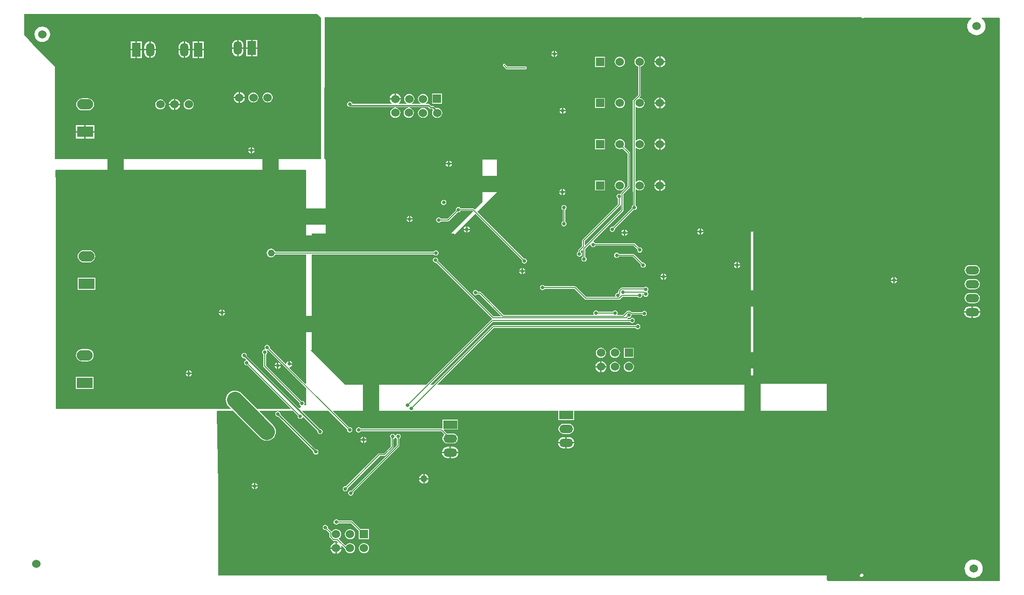
<source format=gbl>
G04 Layer_Physical_Order=2*
G04 Layer_Color=16711680*
%FSLAX25Y25*%
%MOIN*%
G70*
G01*
G75*
%ADD22C,0.00600*%
%ADD24C,0.00984*%
%ADD26C,0.11811*%
%ADD28C,0.06000*%
%ADD29R,0.06000X0.06000*%
%ADD30O,0.09843X0.06000*%
%ADD31O,0.09843X0.05906*%
%ADD32O,0.06000X0.09843*%
%ADD33R,0.06000X0.09843*%
%ADD34R,0.09843X0.06000*%
%ADD35R,0.11417X0.07480*%
%ADD36O,0.11417X0.07480*%
%ADD37C,0.02500*%
%ADD38C,0.05000*%
G36*
X201772Y295079D02*
Y236941D01*
X179747D01*
X179480Y237587D01*
X178983Y238235D01*
X178335Y238732D01*
X177581Y239044D01*
X176772Y239150D01*
X175962Y239044D01*
X175208Y238732D01*
X174561Y238235D01*
X174064Y237587D01*
X173751Y236833D01*
X173645Y236024D01*
X173751Y235214D01*
X174064Y234460D01*
X174561Y233813D01*
X175208Y233316D01*
X175962Y233003D01*
X176772Y232897D01*
X177581Y233003D01*
X178335Y233316D01*
X178983Y233813D01*
X179480Y234460D01*
X179747Y235106D01*
X201772D01*
Y142501D01*
X201310Y142310D01*
X189900Y153719D01*
X190065Y154262D01*
X190642Y154377D01*
X191386Y154874D01*
X191883Y155618D01*
X191958Y155996D01*
X189764D01*
Y156496D01*
X189264D01*
Y158691D01*
X188886Y158616D01*
X188142Y158118D01*
X187644Y157374D01*
X187530Y156797D01*
X186987Y156632D01*
X175804Y167816D01*
X175901Y168307D01*
X175758Y169028D01*
X175349Y169640D01*
X174737Y170049D01*
X174015Y170193D01*
X173293Y170049D01*
X172681Y169640D01*
X172273Y169028D01*
X172129Y168307D01*
X172273Y167585D01*
X172392Y167406D01*
X172234Y167111D01*
X172104Y166937D01*
X171424Y166802D01*
X170812Y166393D01*
X170403Y165781D01*
X170259Y165059D01*
X170403Y164337D01*
X170812Y163725D01*
X171228Y163447D01*
Y154921D01*
X171298Y154570D01*
X171497Y154272D01*
X197129Y128640D01*
X197031Y128150D01*
X197175Y127428D01*
X197583Y126816D01*
X197959Y126565D01*
X198079Y125959D01*
X197159Y124969D01*
X196659Y124960D01*
X159243Y162376D01*
X159268Y162500D01*
X159125Y163222D01*
X158716Y163834D01*
X158104Y164243D01*
X157382Y164386D01*
X156660Y164243D01*
X156048Y163834D01*
X155639Y163222D01*
X155496Y162500D01*
X155639Y161778D01*
X156048Y161166D01*
X156660Y160757D01*
X157382Y160614D01*
X157777Y160692D01*
X158851Y159618D01*
X158706Y159140D01*
X158628Y159125D01*
X158017Y158716D01*
X157608Y158104D01*
X157464Y157382D01*
X157608Y156660D01*
X158017Y156048D01*
X158628Y155639D01*
X159350Y155496D01*
X159841Y155593D01*
X190760Y124674D01*
X190569Y124213D01*
X166725D01*
X155410Y135528D01*
X154419Y136341D01*
X153289Y136945D01*
X152063Y137317D01*
X150787Y137443D01*
X149512Y137317D01*
X148286Y136945D01*
X147156Y136341D01*
X146165Y135528D01*
X145352Y134537D01*
X144748Y133407D01*
X144376Y132181D01*
X144250Y130905D01*
X144376Y129630D01*
X144748Y128404D01*
X145352Y127274D01*
X146165Y126283D01*
X147774Y124674D01*
X147582Y124213D01*
X22638D01*
Y285630D01*
X22258Y295112D01*
X22605Y295472D01*
X201378D01*
X201772Y295079D01*
D02*
G37*
G36*
X212598Y404528D02*
Y303346D01*
X21791D01*
Y369094D01*
X21791Y369094D01*
X21705Y369524D01*
X21462Y369888D01*
X5817Y385532D01*
X394Y391535D01*
X0Y391929D01*
X-0Y407343D01*
X209784D01*
X212598Y404528D01*
D02*
G37*
G36*
X698878Y404457D02*
Y1122D01*
X575650D01*
X574803Y1969D01*
Y4921D01*
X139139D01*
X138976Y5315D01*
Y69095D01*
X137803Y122674D01*
X138153Y123031D01*
X149417D01*
X169000Y103448D01*
X169990Y102636D01*
X171121Y102032D01*
X172347Y101660D01*
X173622Y101534D01*
X174897Y101660D01*
X176124Y102032D01*
X177254Y102636D01*
X178244Y103448D01*
X179057Y104439D01*
X179661Y105569D01*
X180033Y106796D01*
X180159Y108071D01*
X180033Y109346D01*
X179661Y110573D01*
X179057Y111703D01*
X178244Y112693D01*
X168368Y122570D01*
X168559Y123031D01*
X181424D01*
X181474Y122531D01*
X181246Y122486D01*
X180873Y122412D01*
X180261Y122003D01*
X179852Y121391D01*
X179708Y120669D01*
X179852Y119948D01*
X180261Y119335D01*
X180873Y118927D01*
X181594Y118783D01*
X181854Y118835D01*
X206925Y93764D01*
X206873Y93504D01*
X207017Y92782D01*
X207426Y92170D01*
X208038Y91761D01*
X208760Y91618D01*
X209482Y91761D01*
X210093Y92170D01*
X210502Y92782D01*
X210646Y93504D01*
X210502Y94226D01*
X210093Y94838D01*
X209482Y95247D01*
X208760Y95390D01*
X208500Y95338D01*
X183429Y120410D01*
X183481Y120669D01*
X183337Y121391D01*
X182928Y122003D01*
X182316Y122412D01*
X181943Y122486D01*
X181715Y122531D01*
X181764Y123031D01*
X192403D01*
X195849Y119585D01*
X195752Y119095D01*
X195895Y118373D01*
X196304Y117761D01*
X196916Y117352D01*
X197638Y117208D01*
X198360Y117352D01*
X198972Y117761D01*
X199381Y118373D01*
X199396Y118450D01*
X199874Y118595D01*
X210003Y108466D01*
X209925Y108071D01*
X210068Y107349D01*
X210477Y106737D01*
X211089Y106328D01*
X211811Y106185D01*
X212533Y106328D01*
X213145Y106737D01*
X213554Y107349D01*
X213697Y108071D01*
X213554Y108793D01*
X213145Y109405D01*
X212533Y109813D01*
X211811Y109957D01*
X211687Y109932D01*
X199050Y122570D01*
X199241Y123031D01*
X217992D01*
X231282Y109742D01*
X231185Y109251D01*
X231328Y108529D01*
X231737Y107917D01*
X232349Y107508D01*
X233071Y107365D01*
X233793Y107508D01*
X234405Y107917D01*
X234813Y108529D01*
X234957Y109251D01*
X234813Y109973D01*
X234405Y110585D01*
X233793Y110994D01*
X233071Y111137D01*
X232580Y111039D01*
X221050Y122570D01*
X221241Y123031D01*
X276191D01*
X276443Y122863D01*
X277165Y122720D01*
X277886Y122863D01*
X278138Y123031D01*
X382668D01*
Y116439D01*
X393710D01*
Y123031D01*
X574803D01*
Y142323D01*
X522047D01*
Y250984D01*
X522047Y250984D01*
X522047Y250984D01*
X522441Y251378D01*
X520472D01*
Y142028D01*
X520079Y141634D01*
X296144D01*
X295952Y142096D01*
X336207Y182350D01*
X437758D01*
X438036Y181934D01*
X438648Y181525D01*
X439370Y181381D01*
X440092Y181525D01*
X440704Y181934D01*
X441113Y182546D01*
X441256Y183268D01*
X441113Y183990D01*
X440704Y184601D01*
X440092Y185010D01*
X439370Y185154D01*
X438648Y185010D01*
X438036Y184601D01*
X437758Y184185D01*
X335826D01*
X335475Y184116D01*
X335178Y183917D01*
X292895Y141634D01*
X291026D01*
X290834Y142096D01*
X335420Y186681D01*
X433821D01*
X434099Y186265D01*
X434711Y185856D01*
X435433Y185712D01*
X436155Y185856D01*
X436767Y186265D01*
X437176Y186877D01*
X437319Y187598D01*
X437176Y188320D01*
X436767Y188932D01*
X436155Y189341D01*
X435433Y189485D01*
X434711Y189341D01*
X434099Y188932D01*
X433821Y188516D01*
X432037D01*
X431964Y188617D01*
X431849Y189016D01*
X432580Y189747D01*
X433071Y189649D01*
X433793Y189793D01*
X434405Y190202D01*
X434813Y190814D01*
X434915Y191325D01*
X434957Y191535D01*
X435415Y191799D01*
X442483D01*
X442761Y191383D01*
X443373Y190974D01*
X444095Y190830D01*
X444816Y190974D01*
X445428Y191383D01*
X445837Y191995D01*
X445981Y192717D01*
X445837Y193438D01*
X445428Y194050D01*
X444816Y194459D01*
X444095Y194603D01*
X443373Y194459D01*
X442761Y194050D01*
X442483Y193634D01*
X435310D01*
X434610Y194334D01*
X434313Y194533D01*
X433961Y194603D01*
X432180D01*
X431829Y194533D01*
X431531Y194334D01*
X428878Y191681D01*
X425160D01*
X424925Y192122D01*
X424971Y192192D01*
X425115Y192913D01*
X424971Y193635D01*
X424562Y194247D01*
X423950Y194656D01*
X423228Y194800D01*
X422507Y194656D01*
X421895Y194247D01*
X421617Y193831D01*
X411061D01*
X410783Y194247D01*
X410171Y194656D01*
X409449Y194800D01*
X408727Y194656D01*
X408115Y194247D01*
X407706Y193635D01*
X407563Y192913D01*
X407706Y192192D01*
X407753Y192122D01*
X407517Y191681D01*
X343278D01*
X327027Y207932D01*
X326729Y208131D01*
X326378Y208201D01*
X325010D01*
X324971Y208399D01*
X324562Y209011D01*
X323950Y209420D01*
X323228Y209563D01*
X322506Y209420D01*
X321895Y209011D01*
X321486Y208399D01*
X321342Y207677D01*
X321486Y206955D01*
X321895Y206343D01*
X322506Y205935D01*
X323228Y205791D01*
X323950Y205935D01*
X324562Y206343D01*
X324577Y206366D01*
X325998D01*
X341421Y190943D01*
X341229Y190481D01*
X336210D01*
X296277Y230415D01*
X296374Y230906D01*
X296231Y231627D01*
X295822Y232239D01*
X295210Y232648D01*
X294488Y232792D01*
X293766Y232648D01*
X293154Y232239D01*
X292745Y231627D01*
X292602Y230906D01*
X292745Y230184D01*
X293154Y229572D01*
X293766Y229163D01*
X294488Y229019D01*
X294979Y229117D01*
X335080Y189016D01*
X335060Y188772D01*
X335024Y188665D01*
X334915Y188491D01*
X334688Y188446D01*
X334390Y188247D01*
X287777Y141634D01*
X229429D01*
Y142028D01*
X205118Y166339D01*
X205906Y167126D01*
Y235106D01*
X293269D01*
X293547Y234689D01*
X294159Y234280D01*
X294881Y234137D01*
X295603Y234280D01*
X296215Y234689D01*
X296624Y235301D01*
X296767Y236023D01*
X296624Y236745D01*
X296215Y237357D01*
X295603Y237766D01*
X294881Y237909D01*
X294159Y237766D01*
X293547Y237357D01*
X293270Y236941D01*
X205906D01*
Y249803D01*
X215748D01*
Y302953D01*
X214961Y303740D01*
X215354Y404921D01*
X600000D01*
Y404412D01*
X603346Y404528D01*
X678337D01*
X678417Y404210D01*
X678418Y404028D01*
X677464Y403244D01*
X676651Y402254D01*
X676047Y401124D01*
X675675Y399897D01*
X675550Y398622D01*
X675675Y397347D01*
X676047Y396120D01*
X676651Y394990D01*
X677464Y394000D01*
X678455Y393187D01*
X679585Y392583D01*
X680811Y392211D01*
X682087Y392085D01*
X683362Y392211D01*
X684588Y392583D01*
X685718Y393187D01*
X686709Y394000D01*
X687522Y394990D01*
X688126Y396120D01*
X688498Y397347D01*
X688624Y398622D01*
X688498Y399897D01*
X688126Y401124D01*
X687522Y402254D01*
X686709Y403244D01*
X685755Y404028D01*
X685756Y404210D01*
X685836Y404528D01*
X697835D01*
X698321Y405014D01*
X698878Y404457D01*
D02*
G37*
G36*
X201772Y139252D02*
Y126969D01*
X200883D01*
X200680Y127349D01*
X200668Y127469D01*
X200804Y128150D01*
X200660Y128871D01*
X200251Y129483D01*
X199639Y129892D01*
X198917Y130036D01*
X198426Y129938D01*
X173063Y155301D01*
Y163447D01*
X173479Y163725D01*
X173888Y164337D01*
X174032Y165059D01*
X173888Y165781D01*
X173769Y165960D01*
X173927Y166255D01*
X174048Y166417D01*
X174546Y166478D01*
X201772Y139252D01*
D02*
G37*
%LPC*%
G36*
X141035Y192807D02*
X139341D01*
X139416Y192429D01*
X139913Y191685D01*
X140657Y191188D01*
X141035Y191112D01*
Y192807D01*
D02*
G37*
G36*
X143730D02*
X142035D01*
Y191112D01*
X142413Y191188D01*
X143158Y191685D01*
X143655Y192429D01*
X143730Y192807D01*
D02*
G37*
G36*
X141035Y195502D02*
X140657Y195426D01*
X139913Y194929D01*
X139416Y194185D01*
X139341Y193807D01*
X141035D01*
Y195502D01*
D02*
G37*
G36*
X50797Y218317D02*
X38179D01*
Y209636D01*
X50797D01*
Y218317D01*
D02*
G37*
G36*
X142035Y195502D02*
Y193807D01*
X143730D01*
X143655Y194185D01*
X143158Y194929D01*
X142413Y195426D01*
X142035Y195502D01*
D02*
G37*
G36*
X46457Y238039D02*
X42520D01*
X41387Y237890D01*
X40331Y237453D01*
X39424Y236757D01*
X38729Y235850D01*
X38291Y234794D01*
X38142Y233661D01*
X38291Y232528D01*
X38729Y231473D01*
X39424Y230566D01*
X40331Y229870D01*
X41387Y229433D01*
X42520Y229284D01*
X46457D01*
X47590Y229433D01*
X48645Y229870D01*
X49552Y230566D01*
X50248Y231473D01*
X50685Y232528D01*
X50834Y233661D01*
X50685Y234794D01*
X50248Y235850D01*
X49552Y236757D01*
X48645Y237453D01*
X47590Y237890D01*
X46457Y238039D01*
D02*
G37*
G36*
X190264Y158691D02*
Y156996D01*
X191958D01*
X191883Y157374D01*
X191386Y158118D01*
X190642Y158616D01*
X190264Y158691D01*
D02*
G37*
G36*
X45276Y167173D02*
X41339D01*
X40206Y167024D01*
X39150Y166586D01*
X38243Y165891D01*
X37547Y164984D01*
X37110Y163928D01*
X36961Y162795D01*
X37110Y161662D01*
X37547Y160607D01*
X38243Y159700D01*
X39150Y159004D01*
X40206Y158567D01*
X41339Y158418D01*
X45276D01*
X46409Y158567D01*
X47464Y159004D01*
X48371Y159700D01*
X49067Y160607D01*
X49504Y161662D01*
X49653Y162795D01*
X49504Y163928D01*
X49067Y164984D01*
X48371Y165891D01*
X47464Y166586D01*
X46409Y167024D01*
X45276Y167173D01*
D02*
G37*
G36*
X120010Y149205D02*
X118315D01*
Y147510D01*
X118693Y147585D01*
X119437Y148083D01*
X119934Y148827D01*
X120010Y149205D01*
D02*
G37*
G36*
X117315Y151899D02*
X116937Y151824D01*
X116193Y151327D01*
X115696Y150583D01*
X115620Y150205D01*
X117315D01*
Y151899D01*
D02*
G37*
G36*
X118315D02*
Y150205D01*
X120010D01*
X119934Y150583D01*
X119437Y151327D01*
X118693Y151824D01*
X118315Y151899D01*
D02*
G37*
G36*
X49616Y147450D02*
X36998D01*
Y138770D01*
X49616D01*
Y147450D01*
D02*
G37*
G36*
X117315Y149205D02*
X115620D01*
X115696Y148827D01*
X116193Y148083D01*
X116937Y147585D01*
X117315Y147510D01*
Y149205D01*
D02*
G37*
G36*
X154437Y351410D02*
Y347941D01*
X157906D01*
X157834Y348485D01*
X157431Y349458D01*
X156790Y350294D01*
X155954Y350935D01*
X154981Y351338D01*
X154437Y351410D01*
D02*
G37*
G36*
X84039Y381193D02*
X80539D01*
Y375772D01*
X84039D01*
Y381193D01*
D02*
G37*
G36*
X124067Y381193D02*
X120567D01*
Y375772D01*
X124067D01*
Y381193D01*
D02*
G37*
G36*
X128567D02*
X125067D01*
Y375772D01*
X128567D01*
Y381193D01*
D02*
G37*
G36*
X79539Y381193D02*
X76039D01*
Y375772D01*
X79539D01*
Y381193D01*
D02*
G37*
G36*
X153437Y351410D02*
X152893Y351338D01*
X151920Y350935D01*
X151084Y350294D01*
X150443Y349458D01*
X150040Y348485D01*
X149968Y347941D01*
X153437D01*
Y351410D01*
D02*
G37*
G36*
X108079Y346488D02*
Y343020D01*
X111547D01*
X111476Y343564D01*
X111073Y344537D01*
X110432Y345373D01*
X109596Y346014D01*
X108623Y346417D01*
X108079Y346488D01*
D02*
G37*
G36*
X153437Y346941D02*
X149968D01*
X150040Y346397D01*
X150443Y345424D01*
X151084Y344588D01*
X151920Y343947D01*
X152893Y343544D01*
X153437Y343472D01*
Y346941D01*
D02*
G37*
G36*
X157906D02*
X154437D01*
Y343472D01*
X154981Y343544D01*
X155954Y343947D01*
X156790Y344588D01*
X157431Y345424D01*
X157834Y346397D01*
X157906Y346941D01*
D02*
G37*
G36*
X107079Y346488D02*
X106535Y346417D01*
X105561Y346014D01*
X104726Y345373D01*
X104085Y344537D01*
X103682Y343564D01*
X103610Y343020D01*
X107079D01*
Y346488D01*
D02*
G37*
G36*
X164075Y351072D02*
X163135Y350948D01*
X162259Y350586D01*
X161507Y350009D01*
X160930Y349256D01*
X160567Y348381D01*
X160444Y347441D01*
X160567Y346501D01*
X160930Y345625D01*
X161507Y344873D01*
X162259Y344296D01*
X163135Y343934D01*
X164075Y343810D01*
X165015Y343934D01*
X165890Y344296D01*
X166642Y344873D01*
X167219Y345625D01*
X167582Y346501D01*
X167706Y347441D01*
X167582Y348381D01*
X167219Y349256D01*
X166642Y350009D01*
X165890Y350586D01*
X165015Y350948D01*
X164075Y351072D01*
D02*
G37*
G36*
X174213D02*
X173273Y350948D01*
X172397Y350586D01*
X171645Y350009D01*
X171068Y349256D01*
X170705Y348381D01*
X170581Y347441D01*
X170705Y346501D01*
X171068Y345625D01*
X171645Y344873D01*
X172397Y344296D01*
X173273Y343934D01*
X174213Y343810D01*
X175152Y343934D01*
X176028Y344296D01*
X176780Y344873D01*
X177357Y345625D01*
X177720Y346501D01*
X177844Y347441D01*
X177720Y348381D01*
X177357Y349256D01*
X176780Y350009D01*
X176028Y350586D01*
X175152Y350948D01*
X174213Y351072D01*
D02*
G37*
G36*
X79539Y387614D02*
X76039D01*
Y382193D01*
X79539D01*
Y387614D01*
D02*
G37*
G36*
X84039D02*
X80539D01*
Y382193D01*
X84039D01*
Y387614D01*
D02*
G37*
G36*
X89539Y387583D02*
X88995Y387511D01*
X88022Y387108D01*
X87186Y386467D01*
X86545Y385631D01*
X86142Y384658D01*
X86005Y383614D01*
Y382193D01*
X89539D01*
Y387583D01*
D02*
G37*
G36*
X124067Y387614D02*
X120567D01*
Y382193D01*
X124067D01*
Y387614D01*
D02*
G37*
G36*
X128567D02*
X125067D01*
Y382193D01*
X128567D01*
Y387614D01*
D02*
G37*
G36*
X115067Y387583D02*
Y382193D01*
X118601D01*
Y383614D01*
X118464Y384658D01*
X118061Y385631D01*
X117420Y386467D01*
X116584Y387108D01*
X115611Y387511D01*
X115067Y387583D01*
D02*
G37*
G36*
X153374Y388764D02*
Y383374D01*
X156909D01*
Y384795D01*
X156771Y385840D01*
X156368Y386812D01*
X155727Y387648D01*
X154891Y388289D01*
X153918Y388692D01*
X153374Y388764D01*
D02*
G37*
G36*
X166874Y388795D02*
X163374D01*
Y383374D01*
X166874D01*
Y388795D01*
D02*
G37*
G36*
X12795Y398285D02*
X11354Y398096D01*
X10011Y397539D01*
X8857Y396654D01*
X7972Y395501D01*
X7416Y394158D01*
X7226Y392717D01*
X7416Y391275D01*
X7972Y389932D01*
X8857Y388779D01*
X10011Y387894D01*
X11354Y387337D01*
X12795Y387148D01*
X14237Y387337D01*
X15580Y387894D01*
X16733Y388779D01*
X17618Y389932D01*
X18174Y391275D01*
X18364Y392717D01*
X18174Y394158D01*
X17618Y395501D01*
X16733Y396654D01*
X15580Y397539D01*
X14237Y398096D01*
X12795Y398285D01*
D02*
G37*
G36*
X90539Y387583D02*
Y382193D01*
X94074D01*
Y383614D01*
X93936Y384658D01*
X93533Y385631D01*
X92892Y386467D01*
X92057Y387108D01*
X91084Y387511D01*
X90539Y387583D01*
D02*
G37*
G36*
X152374Y388764D02*
X151830Y388692D01*
X150857Y388289D01*
X150021Y387648D01*
X149380Y386812D01*
X148977Y385840D01*
X148839Y384795D01*
Y383374D01*
X152374D01*
Y388764D01*
D02*
G37*
G36*
X162374Y388795D02*
X158874D01*
Y383374D01*
X162374D01*
Y388795D01*
D02*
G37*
G36*
X114067Y387583D02*
X113523Y387511D01*
X112550Y387108D01*
X111714Y386467D01*
X111073Y385631D01*
X110670Y384658D01*
X110532Y383614D01*
Y382193D01*
X114067D01*
Y387583D01*
D02*
G37*
G36*
X118601Y381193D02*
X115067D01*
Y375803D01*
X115611Y375875D01*
X116584Y376278D01*
X117420Y376919D01*
X118061Y377754D01*
X118464Y378727D01*
X118601Y379772D01*
Y381193D01*
D02*
G37*
G36*
X114067D02*
X110532D01*
Y379772D01*
X110670Y378727D01*
X111073Y377754D01*
X111714Y376919D01*
X112550Y376278D01*
X113523Y375875D01*
X114067Y375803D01*
Y381193D01*
D02*
G37*
G36*
X89539Y381193D02*
X86005D01*
Y379772D01*
X86142Y378727D01*
X86545Y377754D01*
X87186Y376919D01*
X88022Y376278D01*
X88995Y375875D01*
X89539Y375803D01*
Y381193D01*
D02*
G37*
G36*
X94074D02*
X90539D01*
Y375803D01*
X91084Y375875D01*
X92057Y376278D01*
X92892Y376919D01*
X93533Y377754D01*
X93936Y378727D01*
X94074Y379772D01*
Y381193D01*
D02*
G37*
G36*
X152374Y382374D02*
X148839D01*
Y380953D01*
X148977Y379909D01*
X149380Y378936D01*
X150021Y378100D01*
X150857Y377459D01*
X151830Y377056D01*
X152374Y376984D01*
Y382374D01*
D02*
G37*
G36*
X162374D02*
X158874D01*
Y376953D01*
X162374D01*
Y382374D01*
D02*
G37*
G36*
X166874D02*
X163374D01*
Y376953D01*
X166874D01*
Y382374D01*
D02*
G37*
G36*
X156909D02*
X153374D01*
Y376984D01*
X153918Y377056D01*
X154891Y377459D01*
X155727Y378100D01*
X156368Y378936D01*
X156771Y379909D01*
X156909Y380953D01*
Y382374D01*
D02*
G37*
G36*
X162098Y309146D02*
X160404D01*
X160479Y308768D01*
X160976Y308024D01*
X161721Y307526D01*
X162098Y307451D01*
Y309146D01*
D02*
G37*
G36*
X164793D02*
X163098D01*
Y307451D01*
X163476Y307526D01*
X164221Y308024D01*
X164718Y308768D01*
X164793Y309146D01*
D02*
G37*
G36*
X107079Y342020D02*
X103610D01*
X103682Y341476D01*
X104085Y340502D01*
X104726Y339667D01*
X105561Y339026D01*
X106535Y338623D01*
X107079Y338551D01*
Y342020D01*
D02*
G37*
G36*
X111547D02*
X108079D01*
Y338551D01*
X108623Y338623D01*
X109596Y339026D01*
X110432Y339667D01*
X111073Y340502D01*
X111476Y341476D01*
X111547Y342020D01*
D02*
G37*
G36*
X97441Y346151D02*
X96501Y346027D01*
X95625Y345664D01*
X94873Y345087D01*
X94296Y344335D01*
X93934Y343460D01*
X93810Y342520D01*
X93934Y341580D01*
X94296Y340704D01*
X94873Y339952D01*
X95625Y339375D01*
X96501Y339012D01*
X97441Y338889D01*
X98381Y339012D01*
X99256Y339375D01*
X100008Y339952D01*
X100585Y340704D01*
X100948Y341580D01*
X101072Y342520D01*
X100948Y343460D01*
X100585Y344335D01*
X100008Y345087D01*
X99256Y345664D01*
X98381Y346027D01*
X97441Y346151D01*
D02*
G37*
G36*
X45473Y346897D02*
X41536D01*
X40403Y346748D01*
X39347Y346311D01*
X38440Y345615D01*
X37745Y344708D01*
X37307Y343653D01*
X37158Y342520D01*
X37307Y341387D01*
X37745Y340331D01*
X38440Y339424D01*
X39347Y338729D01*
X40403Y338291D01*
X41536Y338142D01*
X45473D01*
X46606Y338291D01*
X47662Y338729D01*
X48568Y339424D01*
X49264Y340331D01*
X49701Y341387D01*
X49850Y342520D01*
X49701Y343653D01*
X49264Y344708D01*
X48568Y345615D01*
X47662Y346311D01*
X46606Y346748D01*
X45473Y346897D01*
D02*
G37*
G36*
X117717Y346151D02*
X116777Y346027D01*
X115901Y345664D01*
X115149Y345087D01*
X114572Y344335D01*
X114209Y343460D01*
X114085Y342520D01*
X114209Y341580D01*
X114572Y340704D01*
X115149Y339952D01*
X115901Y339375D01*
X116777Y339012D01*
X117717Y338889D01*
X118656Y339012D01*
X119532Y339375D01*
X120284Y339952D01*
X120861Y340704D01*
X121224Y341580D01*
X121348Y342520D01*
X121224Y343460D01*
X120861Y344335D01*
X120284Y345087D01*
X119532Y345664D01*
X118656Y346027D01*
X117717Y346151D01*
D02*
G37*
G36*
X43004Y322335D02*
X36796D01*
Y318094D01*
X43004D01*
Y322335D01*
D02*
G37*
G36*
X162098Y311840D02*
X161721Y311765D01*
X160976Y311268D01*
X160479Y310524D01*
X160404Y310146D01*
X162098D01*
Y311840D01*
D02*
G37*
G36*
X163098D02*
Y310146D01*
X164793D01*
X164718Y310524D01*
X164221Y311268D01*
X163476Y311765D01*
X163098Y311840D01*
D02*
G37*
G36*
X50213Y327575D02*
X44004D01*
Y323335D01*
X50213D01*
Y327575D01*
D02*
G37*
G36*
Y322335D02*
X44004D01*
Y318094D01*
X50213D01*
Y322335D01*
D02*
G37*
G36*
X43004Y327575D02*
X36796D01*
Y323335D01*
X43004D01*
Y327575D01*
D02*
G37*
G36*
X457374Y218595D02*
X455679D01*
X455755Y218217D01*
X456252Y217472D01*
X456996Y216975D01*
X457374Y216900D01*
Y218595D01*
D02*
G37*
G36*
X681055Y217371D02*
X677213D01*
X676273Y217248D01*
X675397Y216885D01*
X674645Y216308D01*
X674068Y215556D01*
X673705Y214680D01*
X673582Y213740D01*
X673705Y212800D01*
X674068Y211925D01*
X674645Y211173D01*
X675397Y210596D01*
X676273Y210233D01*
X677213Y210109D01*
X681055D01*
X681995Y210233D01*
X682871Y210596D01*
X683623Y211173D01*
X684200Y211925D01*
X684562Y212800D01*
X684686Y213740D01*
X684562Y214680D01*
X684200Y215556D01*
X683623Y216308D01*
X682871Y216885D01*
X681995Y217248D01*
X681055Y217371D01*
D02*
G37*
G36*
X622532Y216035D02*
X620837D01*
X620912Y215657D01*
X621409Y214913D01*
X622154Y214416D01*
X622532Y214341D01*
Y216035D01*
D02*
G37*
G36*
X625226D02*
X623531D01*
Y214341D01*
X623909Y214416D01*
X624654Y214913D01*
X625151Y215657D01*
X625226Y216035D01*
D02*
G37*
G36*
X457374Y221289D02*
X456996Y221214D01*
X456252Y220717D01*
X455755Y219972D01*
X455679Y219595D01*
X457374D01*
Y221289D01*
D02*
G37*
G36*
X458374D02*
Y219595D01*
X460069D01*
X459994Y219972D01*
X459496Y220717D01*
X458752Y221214D01*
X458374Y221289D01*
D02*
G37*
G36*
X681055Y227371D02*
X677213D01*
X676273Y227248D01*
X675397Y226885D01*
X674645Y226308D01*
X674068Y225556D01*
X673705Y224680D01*
X673582Y223740D01*
X673705Y222800D01*
X674068Y221925D01*
X674645Y221173D01*
X675397Y220596D01*
X676273Y220233D01*
X677213Y220109D01*
X681055D01*
X681995Y220233D01*
X682871Y220596D01*
X683623Y221173D01*
X684200Y221925D01*
X684562Y222800D01*
X684686Y223740D01*
X684562Y224680D01*
X684200Y225556D01*
X683623Y226308D01*
X682871Y226885D01*
X681995Y227248D01*
X681055Y227371D01*
D02*
G37*
G36*
X460069Y218595D02*
X458374D01*
Y216900D01*
X458752Y216975D01*
X459496Y217472D01*
X459994Y218217D01*
X460069Y218595D01*
D02*
G37*
G36*
X622532Y218730D02*
X622154Y218655D01*
X621409Y218158D01*
X620912Y217413D01*
X620837Y217035D01*
X622532D01*
Y218730D01*
D02*
G37*
G36*
X623531D02*
Y217035D01*
X625226D01*
X625151Y217413D01*
X624654Y218158D01*
X623909Y218655D01*
X623531Y218730D01*
D02*
G37*
G36*
X685023Y193240D02*
X679634D01*
Y189753D01*
X681102D01*
X682134Y189889D01*
X683096Y190287D01*
X683921Y190921D01*
X684555Y191747D01*
X684953Y192708D01*
X685023Y193240D01*
D02*
G37*
G36*
X423071Y168159D02*
X422131Y168035D01*
X421255Y167672D01*
X420503Y167095D01*
X419926Y166343D01*
X419563Y165467D01*
X419440Y164528D01*
X419563Y163588D01*
X419926Y162712D01*
X420503Y161960D01*
X421255Y161383D01*
X422131Y161020D01*
X423071Y160897D01*
X424011Y161020D01*
X424886Y161383D01*
X425638Y161960D01*
X426216Y162712D01*
X426578Y163588D01*
X426702Y164528D01*
X426578Y165467D01*
X426216Y166343D01*
X425638Y167095D01*
X424886Y167672D01*
X424011Y168035D01*
X423071Y168159D01*
D02*
G37*
G36*
X436671Y168128D02*
X429471D01*
Y160928D01*
X436671D01*
Y168128D01*
D02*
G37*
G36*
X678634Y193240D02*
X673244D01*
X673314Y192708D01*
X673713Y191747D01*
X674346Y190921D01*
X675172Y190287D01*
X676133Y189889D01*
X677165Y189753D01*
X678634D01*
Y193240D01*
D02*
G37*
G36*
X681055Y207371D02*
X677213D01*
X676273Y207247D01*
X675397Y206885D01*
X674645Y206308D01*
X674068Y205556D01*
X673705Y204680D01*
X673582Y203740D01*
X673705Y202800D01*
X674068Y201925D01*
X674645Y201173D01*
X675397Y200596D01*
X676273Y200233D01*
X677213Y200109D01*
X681055D01*
X681995Y200233D01*
X682871Y200596D01*
X683623Y201173D01*
X684200Y201925D01*
X684562Y202800D01*
X684686Y203740D01*
X684562Y204680D01*
X684200Y205556D01*
X683623Y206308D01*
X682871Y206885D01*
X681995Y207247D01*
X681055Y207371D01*
D02*
G37*
G36*
X371260Y213107D02*
X370538Y212963D01*
X369926Y212554D01*
X369517Y211942D01*
X369374Y211221D01*
X369517Y210499D01*
X369926Y209887D01*
X370538Y209478D01*
X371260Y209334D01*
X371982Y209478D01*
X372594Y209887D01*
X372872Y210303D01*
X394108D01*
X401502Y202909D01*
X401799Y202710D01*
X402151Y202640D01*
X426086D01*
X426438Y202710D01*
X426735Y202909D01*
X428617Y204791D01*
X439333D01*
X439611Y204375D01*
X440223Y203966D01*
X440945Y203822D01*
X441667Y203966D01*
X442279Y204375D01*
X442688Y204987D01*
X442831Y205709D01*
X442701Y206364D01*
X442731Y206499D01*
X442982Y206890D01*
X443004Y206892D01*
X443389Y206496D01*
X443533Y205774D01*
X443942Y205162D01*
X444554Y204753D01*
X445276Y204610D01*
X445997Y204753D01*
X446609Y205162D01*
X447018Y205774D01*
X447162Y206496D01*
X447018Y207218D01*
X446609Y207830D01*
X446404Y207967D01*
Y208568D01*
X446609Y208706D01*
X447018Y209317D01*
X447162Y210039D01*
X447018Y210761D01*
X446609Y211373D01*
X445997Y211782D01*
X445276Y211926D01*
X444554Y211782D01*
X443942Y211373D01*
X443785Y211138D01*
X427848D01*
X427497Y211068D01*
X427200Y210869D01*
X425940Y209610D01*
X425741Y209312D01*
X425671Y208961D01*
Y207894D01*
X425285Y207577D01*
X425196Y207594D01*
X424474Y207451D01*
X423862Y207042D01*
X423453Y206430D01*
X423310Y205708D01*
X423453Y204986D01*
X423500Y204917D01*
X423264Y204476D01*
X402531D01*
X395137Y211869D01*
X394839Y212068D01*
X394488Y212138D01*
X372872D01*
X372594Y212554D01*
X371982Y212963D01*
X371260Y213107D01*
D02*
G37*
G36*
X678634Y197727D02*
X677165D01*
X676133Y197591D01*
X675172Y197193D01*
X674346Y196559D01*
X673713Y195734D01*
X673314Y194772D01*
X673244Y194240D01*
X678634D01*
Y197727D01*
D02*
G37*
G36*
X681102D02*
X679634D01*
Y194240D01*
X685023D01*
X684953Y194772D01*
X684555Y195734D01*
X683921Y196559D01*
X683096Y197193D01*
X682134Y197591D01*
X681102Y197727D01*
D02*
G37*
G36*
X319124Y252453D02*
X317429D01*
Y250758D01*
X317807Y250833D01*
X318551Y251331D01*
X319049Y252075D01*
X319124Y252453D01*
D02*
G37*
G36*
X429421Y252785D02*
X429043Y252710D01*
X428299Y252213D01*
X427802Y251468D01*
X427727Y251091D01*
X429421D01*
Y252785D01*
D02*
G37*
G36*
X430421D02*
Y251091D01*
X432116D01*
X432041Y251468D01*
X431543Y252213D01*
X430799Y252710D01*
X430421Y252785D01*
D02*
G37*
G36*
X483752Y250878D02*
X482057D01*
X482132Y250500D01*
X482630Y249756D01*
X483374Y249258D01*
X483752Y249183D01*
Y250878D01*
D02*
G37*
G36*
X486447D02*
X484752D01*
Y249183D01*
X485130Y249258D01*
X485874Y249756D01*
X486371Y250500D01*
X486447Y250878D01*
D02*
G37*
G36*
X316429Y252453D02*
X314735D01*
X314810Y252075D01*
X315307Y251331D01*
X316051Y250833D01*
X316429Y250758D01*
Y252453D01*
D02*
G37*
G36*
X317429Y255147D02*
Y253453D01*
X319124D01*
X319049Y253831D01*
X318551Y254575D01*
X317807Y255072D01*
X317429Y255147D01*
D02*
G37*
G36*
X386614Y270390D02*
X385892Y270247D01*
X385280Y269838D01*
X384872Y269226D01*
X384728Y268504D01*
X384872Y267782D01*
X385280Y267170D01*
X385697Y266892D01*
Y258502D01*
X385280Y258224D01*
X384872Y257612D01*
X384728Y256890D01*
X384872Y256168D01*
X385280Y255556D01*
X385892Y255147D01*
X386614Y255003D01*
X387336Y255147D01*
X387948Y255556D01*
X388357Y256168D01*
X388500Y256890D01*
X388357Y257612D01*
X387948Y258224D01*
X387532Y258502D01*
Y266892D01*
X387948Y267170D01*
X388357Y267782D01*
X388500Y268504D01*
X388357Y269226D01*
X387948Y269838D01*
X387336Y270247D01*
X386614Y270390D01*
D02*
G37*
G36*
X275484Y259933D02*
X273790D01*
X273865Y259555D01*
X274362Y258811D01*
X275106Y258314D01*
X275484Y258239D01*
Y259933D01*
D02*
G37*
G36*
X483752Y253573D02*
X483374Y253497D01*
X482630Y253000D01*
X482132Y252256D01*
X482057Y251878D01*
X483752D01*
Y253573D01*
D02*
G37*
G36*
X484752D02*
Y251878D01*
X486447D01*
X486371Y252256D01*
X485874Y253000D01*
X485130Y253497D01*
X484752Y253573D01*
D02*
G37*
G36*
X316429Y255147D02*
X316051Y255072D01*
X315307Y254575D01*
X314810Y253831D01*
X314735Y253453D01*
X316429D01*
Y255147D01*
D02*
G37*
G36*
X357193Y225226D02*
Y223532D01*
X358888D01*
X358812Y223909D01*
X358315Y224654D01*
X357571Y225151D01*
X357193Y225226D01*
D02*
G37*
G36*
X510130Y226862D02*
X508435D01*
X508510Y226484D01*
X509008Y225740D01*
X509752Y225243D01*
X510130Y225168D01*
Y226862D01*
D02*
G37*
G36*
X512824D02*
X511130D01*
Y225168D01*
X511508Y225243D01*
X512252Y225740D01*
X512749Y226484D01*
X512824Y226862D01*
D02*
G37*
G36*
X356193Y222532D02*
X354498D01*
X354573Y222154D01*
X355071Y221409D01*
X355815Y220912D01*
X356193Y220837D01*
Y222532D01*
D02*
G37*
G36*
X358888D02*
X357193D01*
Y220837D01*
X357571Y220912D01*
X358315Y221409D01*
X358812Y222154D01*
X358888Y222532D01*
D02*
G37*
G36*
X356193Y225226D02*
X355815Y225151D01*
X355071Y224654D01*
X354573Y223909D01*
X354498Y223532D01*
X356193D01*
Y225226D01*
D02*
G37*
G36*
X429421Y250091D02*
X427727D01*
X427802Y249713D01*
X428299Y248968D01*
X429043Y248471D01*
X429421Y248396D01*
Y250091D01*
D02*
G37*
G36*
X432116D02*
X430421D01*
Y248396D01*
X430799Y248471D01*
X431543Y248968D01*
X432041Y249713D01*
X432116Y250091D01*
D02*
G37*
G36*
X424409Y236335D02*
X423688Y236192D01*
X423076Y235783D01*
X422667Y235171D01*
X422523Y234449D01*
X422667Y233727D01*
X423076Y233115D01*
X423688Y232706D01*
X424409Y232563D01*
X425131Y232706D01*
X425743Y233115D01*
X426021Y233531D01*
X435840D01*
X441518Y227853D01*
X441421Y227362D01*
X441564Y226640D01*
X441973Y226028D01*
X442585Y225620D01*
X443307Y225476D01*
X444029Y225620D01*
X444641Y226028D01*
X445050Y226640D01*
X445193Y227362D01*
X445050Y228084D01*
X444641Y228696D01*
X444029Y229105D01*
X443307Y229248D01*
X442816Y229151D01*
X436869Y235098D01*
X436572Y235297D01*
X436221Y235366D01*
X426021D01*
X425743Y235783D01*
X425131Y236192D01*
X424409Y236335D01*
D02*
G37*
G36*
X510130Y229557D02*
X509752Y229482D01*
X509008Y228984D01*
X508510Y228240D01*
X508435Y227862D01*
X510130D01*
Y229557D01*
D02*
G37*
G36*
X511130D02*
Y227862D01*
X512824D01*
X512749Y228240D01*
X512252Y228984D01*
X511508Y229482D01*
X511130Y229557D01*
D02*
G37*
G36*
X413071Y168159D02*
X412131Y168035D01*
X411255Y167672D01*
X410503Y167095D01*
X409926Y166343D01*
X409563Y165467D01*
X409440Y164528D01*
X409563Y163588D01*
X409926Y162712D01*
X410503Y161960D01*
X411255Y161383D01*
X412131Y161020D01*
X413071Y160897D01*
X414011Y161020D01*
X414886Y161383D01*
X415638Y161960D01*
X416216Y162712D01*
X416578Y163588D01*
X416702Y164528D01*
X416578Y165467D01*
X416216Y166343D01*
X415638Y167095D01*
X414886Y167672D01*
X414011Y168035D01*
X413071Y168159D01*
D02*
G37*
G36*
X285720Y77677D02*
X285307Y77622D01*
X284455Y77270D01*
X283724Y76709D01*
X283163Y75978D01*
X282811Y75126D01*
X282756Y74713D01*
X285720D01*
Y77677D01*
D02*
G37*
G36*
X286720D02*
Y74713D01*
X289685D01*
X289630Y75126D01*
X289278Y75978D01*
X288717Y76709D01*
X287986Y77270D01*
X287134Y77622D01*
X286720Y77677D01*
D02*
G37*
G36*
X304618Y92610D02*
X299228D01*
X299300Y92066D01*
X299703Y91093D01*
X300344Y90257D01*
X301180Y89616D01*
X302153Y89213D01*
X303197Y89076D01*
X304618D01*
Y92610D01*
D02*
G37*
G36*
X165461Y71289D02*
Y69595D01*
X167155D01*
X167080Y69972D01*
X166583Y70717D01*
X165839Y71214D01*
X165461Y71289D01*
D02*
G37*
G36*
X285720Y73713D02*
X282756D01*
X282811Y73299D01*
X283163Y72448D01*
X283724Y71716D01*
X284455Y71155D01*
X285307Y70803D01*
X285720Y70748D01*
Y73713D01*
D02*
G37*
G36*
X289685D02*
X286720D01*
Y70748D01*
X287134Y70803D01*
X287986Y71155D01*
X288717Y71716D01*
X289278Y72448D01*
X289630Y73299D01*
X289685Y73713D01*
D02*
G37*
G36*
X387689Y99539D02*
X382299D01*
X382371Y98995D01*
X382774Y98022D01*
X383415Y97186D01*
X384250Y96545D01*
X385224Y96142D01*
X386268Y96005D01*
X387689D01*
Y99539D01*
D02*
G37*
G36*
X394079D02*
X388689D01*
Y96005D01*
X390110D01*
X391154Y96142D01*
X392127Y96545D01*
X392963Y97186D01*
X393604Y98022D01*
X394007Y98995D01*
X394079Y99539D01*
D02*
G37*
G36*
X242413Y101665D02*
X240719D01*
X240794Y101287D01*
X241291Y100543D01*
X242036Y100046D01*
X242413Y99971D01*
Y101665D01*
D02*
G37*
G36*
X311008Y92610D02*
X305618D01*
Y89076D01*
X307039D01*
X308084Y89213D01*
X309057Y89616D01*
X309892Y90257D01*
X310533Y91093D01*
X310936Y92066D01*
X311008Y92610D01*
D02*
G37*
G36*
X304618Y97145D02*
X303197D01*
X302153Y97007D01*
X301180Y96604D01*
X300344Y95963D01*
X299703Y95127D01*
X299300Y94154D01*
X299228Y93610D01*
X304618D01*
Y97145D01*
D02*
G37*
G36*
X307039D02*
X305618D01*
Y93610D01*
X311008D01*
X310936Y94154D01*
X310533Y95127D01*
X309892Y95963D01*
X309057Y96604D01*
X308084Y97007D01*
X307039Y97145D01*
D02*
G37*
G36*
X227236Y24106D02*
X223768D01*
Y20638D01*
X224312Y20709D01*
X225285Y21112D01*
X226121Y21754D01*
X226762Y22589D01*
X227165Y23562D01*
X227236Y24106D01*
D02*
G37*
G36*
X243268Y28237D02*
X242328Y28114D01*
X241452Y27751D01*
X240700Y27174D01*
X240123Y26422D01*
X239760Y25546D01*
X239637Y24606D01*
X239760Y23666D01*
X240123Y22791D01*
X240700Y22039D01*
X241452Y21462D01*
X242328Y21099D01*
X243268Y20975D01*
X244208Y21099D01*
X245083Y21462D01*
X245835Y22039D01*
X246412Y22791D01*
X246775Y23666D01*
X246899Y24606D01*
X246775Y25546D01*
X246412Y26422D01*
X245835Y27174D01*
X245083Y27751D01*
X244208Y28114D01*
X243268Y28237D01*
D02*
G37*
G36*
X222768Y28575D02*
X222223Y28503D01*
X221251Y28100D01*
X220415Y27459D01*
X219774Y26624D01*
X219371Y25651D01*
X219299Y25106D01*
X222768D01*
Y28575D01*
D02*
G37*
G36*
X680118Y16379D02*
X678843Y16254D01*
X677617Y15882D01*
X676486Y15278D01*
X675496Y14465D01*
X674683Y13474D01*
X674079Y12344D01*
X673707Y11118D01*
X673581Y9843D01*
X673707Y8567D01*
X674079Y7341D01*
X674683Y6211D01*
X675496Y5220D01*
X676486Y4407D01*
X677617Y3803D01*
X678843Y3431D01*
X680118Y3306D01*
X681393Y3431D01*
X682620Y3803D01*
X683750Y4407D01*
X684740Y5220D01*
X685553Y6211D01*
X686158Y7341D01*
X686529Y8567D01*
X686655Y9843D01*
X686529Y11118D01*
X686158Y12344D01*
X685553Y13474D01*
X684740Y14465D01*
X683750Y15278D01*
X682620Y15882D01*
X681393Y16254D01*
X680118Y16379D01*
D02*
G37*
G36*
X600000Y6436D02*
X599571Y6351D01*
X599207Y6108D01*
X598813Y5714D01*
X598570Y5350D01*
X598485Y4921D01*
X598570Y4492D01*
X598813Y4128D01*
X599177Y3885D01*
X599606Y3800D01*
X600035Y3885D01*
X600399Y4128D01*
X600793Y4522D01*
X601036Y4886D01*
X601122Y5315D01*
X601036Y5744D01*
X600793Y6108D01*
X600429Y6351D01*
X600000Y6436D01*
D02*
G37*
G36*
X222768Y24106D02*
X219299D01*
X219371Y23562D01*
X219774Y22589D01*
X220415Y21754D01*
X221251Y21112D01*
X222223Y20709D01*
X222768Y20638D01*
Y24106D01*
D02*
G37*
G36*
X164461Y68594D02*
X162766D01*
X162841Y68217D01*
X163338Y67472D01*
X164083Y66975D01*
X164461Y66900D01*
Y68594D01*
D02*
G37*
G36*
X167155D02*
X165461D01*
Y66900D01*
X165839Y66975D01*
X166583Y67472D01*
X167080Y68217D01*
X167155Y68594D01*
D02*
G37*
G36*
X164461Y71289D02*
X164083Y71214D01*
X163338Y70717D01*
X162841Y69972D01*
X162766Y69595D01*
X164461D01*
Y71289D01*
D02*
G37*
G36*
X215650Y41256D02*
X214928Y41113D01*
X214316Y40704D01*
X213907Y40092D01*
X213763Y39370D01*
X213907Y38648D01*
X214316Y38036D01*
X214928Y37627D01*
X215650Y37484D01*
X216141Y37582D01*
X218450Y35272D01*
Y32991D01*
X218520Y32640D01*
X218719Y32342D01*
X221003Y30057D01*
X221301Y29858D01*
X221652Y29789D01*
X223933D01*
X224936Y28786D01*
X224653Y28362D01*
X224312Y28503D01*
X223768Y28575D01*
Y25106D01*
X227236D01*
X227165Y25651D01*
X227024Y25991D01*
X227448Y26274D01*
X229716Y24006D01*
X229760Y23666D01*
X230123Y22791D01*
X230700Y22039D01*
X231452Y21462D01*
X232328Y21099D01*
X233268Y20975D01*
X234208Y21099D01*
X235083Y21462D01*
X235835Y22039D01*
X236412Y22791D01*
X236775Y23666D01*
X236899Y24606D01*
X236775Y25546D01*
X236412Y26422D01*
X235835Y27174D01*
X235083Y27751D01*
X234208Y28114D01*
X233268Y28237D01*
X232328Y28114D01*
X231452Y27751D01*
X230700Y27174D01*
X230331Y26693D01*
X229698Y26619D01*
X225296Y31021D01*
X225283Y31049D01*
X225355Y31670D01*
X225835Y32039D01*
X226412Y32791D01*
X226775Y33667D01*
X226899Y34606D01*
X226775Y35546D01*
X226412Y36422D01*
X225835Y37174D01*
X225083Y37751D01*
X224207Y38114D01*
X223268Y38237D01*
X222328Y38114D01*
X221452Y37751D01*
X220700Y37174D01*
X220331Y36693D01*
X219711Y36621D01*
X219683Y36635D01*
X217438Y38879D01*
X217536Y39370D01*
X217392Y40092D01*
X216983Y40704D01*
X216371Y41113D01*
X215650Y41256D01*
D02*
G37*
G36*
X233268Y38237D02*
X232328Y38114D01*
X231452Y37751D01*
X230700Y37174D01*
X230123Y36422D01*
X229760Y35546D01*
X229637Y34606D01*
X229760Y33667D01*
X230123Y32791D01*
X230700Y32039D01*
X231452Y31462D01*
X232328Y31099D01*
X233268Y30975D01*
X234208Y31099D01*
X235083Y31462D01*
X235835Y32039D01*
X236412Y32791D01*
X236775Y33667D01*
X236899Y34606D01*
X236775Y35546D01*
X236412Y36422D01*
X235835Y37174D01*
X235083Y37751D01*
X234208Y38114D01*
X233268Y38237D01*
D02*
G37*
G36*
X223425Y45193D02*
X222703Y45050D01*
X222091Y44641D01*
X221683Y44029D01*
X221539Y43307D01*
X221683Y42585D01*
X222091Y41973D01*
X222703Y41564D01*
X223425Y41421D01*
X224147Y41564D01*
X224759Y41973D01*
X225037Y42390D01*
X234187D01*
X239668Y36909D01*
Y31006D01*
X246868D01*
Y38206D01*
X240966D01*
X235216Y43956D01*
X234918Y44155D01*
X234567Y44225D01*
X225037D01*
X224759Y44641D01*
X224147Y45050D01*
X223425Y45193D01*
D02*
G37*
G36*
X245108Y101665D02*
X243413D01*
Y99971D01*
X243791Y100046D01*
X244536Y100543D01*
X245033Y101287D01*
X245108Y101665D01*
D02*
G37*
G36*
X433071Y158159D02*
X432131Y158035D01*
X431255Y157672D01*
X430503Y157095D01*
X429926Y156343D01*
X429564Y155467D01*
X429440Y154528D01*
X429564Y153588D01*
X429926Y152712D01*
X430503Y151960D01*
X431255Y151383D01*
X432131Y151020D01*
X433071Y150897D01*
X434011Y151020D01*
X434886Y151383D01*
X435638Y151960D01*
X436215Y152712D01*
X436578Y153588D01*
X436702Y154528D01*
X436578Y155467D01*
X436215Y156343D01*
X435638Y157095D01*
X434886Y157672D01*
X434011Y158035D01*
X433071Y158159D01*
D02*
G37*
G36*
X412571Y154027D02*
X409102D01*
X409174Y153483D01*
X409577Y152510D01*
X410218Y151675D01*
X411054Y151034D01*
X412027Y150630D01*
X412571Y150559D01*
Y154027D01*
D02*
G37*
G36*
X417040D02*
X413571D01*
Y150559D01*
X414115Y150630D01*
X415088Y151034D01*
X415924Y151675D01*
X416565Y152510D01*
X416968Y153483D01*
X417040Y154027D01*
D02*
G37*
G36*
X423071Y158159D02*
X422131Y158035D01*
X421255Y157672D01*
X420503Y157095D01*
X419926Y156343D01*
X419563Y155467D01*
X419440Y154528D01*
X419563Y153588D01*
X419926Y152712D01*
X420503Y151960D01*
X421255Y151383D01*
X422131Y151020D01*
X423071Y150897D01*
X424011Y151020D01*
X424886Y151383D01*
X425638Y151960D01*
X426216Y152712D01*
X426578Y153588D01*
X426702Y154528D01*
X426578Y155467D01*
X426216Y156343D01*
X425638Y157095D01*
X424886Y157672D01*
X424011Y158035D01*
X423071Y158159D01*
D02*
G37*
G36*
X412571Y158496D02*
X412027Y158425D01*
X411054Y158022D01*
X410218Y157380D01*
X409577Y156545D01*
X409174Y155572D01*
X409102Y155027D01*
X412571D01*
Y158496D01*
D02*
G37*
G36*
X413571Y158496D02*
Y155027D01*
X417040D01*
X416968Y155572D01*
X416565Y156545D01*
X415924Y157380D01*
X415088Y158022D01*
X414115Y158425D01*
X413571Y158496D01*
D02*
G37*
G36*
X243413Y104360D02*
Y102665D01*
X245108D01*
X245033Y103043D01*
X244536Y103788D01*
X243791Y104285D01*
X243413Y104360D01*
D02*
G37*
G36*
X267717Y106414D02*
X266995Y106270D01*
X266383Y105861D01*
X266019Y105316D01*
X265748Y105280D01*
X265477Y105316D01*
X265113Y105861D01*
X264501Y106270D01*
X263779Y106414D01*
X263058Y106270D01*
X262446Y105861D01*
X262037Y105249D01*
X261893Y104528D01*
X262037Y103806D01*
X262446Y103194D01*
X262468Y103179D01*
Y97427D01*
X257494Y92453D01*
X254331D01*
X253980Y92383D01*
X253682Y92184D01*
X230412Y68915D01*
X229921Y69012D01*
X229199Y68869D01*
X228588Y68460D01*
X228179Y67848D01*
X228035Y67126D01*
X228179Y66404D01*
X228588Y65792D01*
X229199Y65383D01*
X229921Y65240D01*
X230643Y65383D01*
X231255Y65792D01*
X231664Y66404D01*
X231807Y67126D01*
X231710Y67617D01*
X254711Y90618D01*
X257874D01*
X258225Y90688D01*
X258523Y90887D01*
X264035Y96398D01*
X264234Y96696D01*
X264303Y97047D01*
Y102745D01*
X264501Y102785D01*
X265113Y103194D01*
X265477Y103739D01*
X265748Y103775D01*
X266019Y103739D01*
X266383Y103194D01*
X266799Y102916D01*
Y98215D01*
X234349Y65765D01*
X233858Y65863D01*
X233136Y65719D01*
X232524Y65310D01*
X232116Y64698D01*
X231972Y63976D01*
X232116Y63254D01*
X232524Y62643D01*
X233136Y62234D01*
X233858Y62090D01*
X234580Y62234D01*
X235192Y62643D01*
X235601Y63254D01*
X235745Y63976D01*
X235647Y64467D01*
X268365Y97186D01*
X268564Y97483D01*
X268634Y97835D01*
Y102916D01*
X269050Y103194D01*
X269459Y103806D01*
X269603Y104528D01*
X269459Y105249D01*
X269050Y105861D01*
X268438Y106270D01*
X267717Y106414D01*
D02*
G37*
G36*
X390110Y113670D02*
X386268D01*
X385328Y113547D01*
X384452Y113184D01*
X383700Y112607D01*
X383123Y111855D01*
X382760Y110979D01*
X382637Y110039D01*
X382760Y109100D01*
X383123Y108224D01*
X383700Y107472D01*
X384452Y106895D01*
X385328Y106532D01*
X386268Y106408D01*
X390110D01*
X391050Y106532D01*
X391926Y106895D01*
X392678Y107472D01*
X393255Y108224D01*
X393618Y109100D01*
X393741Y110039D01*
X393618Y110979D01*
X393255Y111855D01*
X392678Y112607D01*
X391926Y113184D01*
X391050Y113547D01*
X390110Y113670D01*
D02*
G37*
G36*
X387689Y104074D02*
X386268D01*
X385224Y103936D01*
X384250Y103533D01*
X383415Y102892D01*
X382774Y102057D01*
X382371Y101084D01*
X382299Y100539D01*
X387689D01*
Y104074D01*
D02*
G37*
G36*
X390110D02*
X388689D01*
Y100539D01*
X394079D01*
X394007Y101084D01*
X393604Y102057D01*
X392963Y102892D01*
X392127Y103533D01*
X391154Y103936D01*
X390110Y104074D01*
D02*
G37*
G36*
X242413Y104360D02*
X242036Y104285D01*
X241291Y103788D01*
X240794Y103043D01*
X240719Y102665D01*
X242413D01*
Y104360D01*
D02*
G37*
G36*
X310639Y116710D02*
X299597D01*
Y110475D01*
X299097Y110146D01*
X298976Y110170D01*
X240982D01*
X240704Y110586D01*
X240092Y110995D01*
X239370Y111138D01*
X238648Y110995D01*
X238036Y110586D01*
X237627Y109974D01*
X237484Y109252D01*
X237627Y108530D01*
X238036Y107918D01*
X238648Y107509D01*
X239370Y107366D01*
X240092Y107509D01*
X240704Y107918D01*
X240982Y108334D01*
X298596D01*
X300714Y106217D01*
X300681Y105718D01*
X300629Y105678D01*
X300052Y104926D01*
X299690Y104050D01*
X299566Y103110D01*
X299690Y102170D01*
X300052Y101295D01*
X300629Y100543D01*
X301381Y99966D01*
X302257Y99603D01*
X303197Y99479D01*
X307039D01*
X307979Y99603D01*
X308855Y99966D01*
X309607Y100543D01*
X310184Y101295D01*
X310547Y102170D01*
X310670Y103110D01*
X310547Y104050D01*
X310184Y104926D01*
X309607Y105678D01*
X308855Y106255D01*
X307979Y106618D01*
X307039Y106741D01*
X303197D01*
X302833Y106693D01*
X300478Y109048D01*
X300669Y109510D01*
X310639D01*
Y116710D01*
D02*
G37*
G36*
X459284Y372532D02*
X455815D01*
Y369063D01*
X456359Y369134D01*
X457332Y369537D01*
X458168Y370179D01*
X458809Y371014D01*
X459212Y371987D01*
X459284Y372532D01*
D02*
G37*
G36*
X426575Y376663D02*
X425635Y376539D01*
X424759Y376176D01*
X424007Y375599D01*
X423430Y374847D01*
X423068Y373971D01*
X422944Y373031D01*
X423068Y372092D01*
X423430Y371216D01*
X424007Y370464D01*
X424759Y369887D01*
X425635Y369524D01*
X426575Y369400D01*
X427515Y369524D01*
X428390Y369887D01*
X429142Y370464D01*
X429719Y371216D01*
X430082Y372092D01*
X430206Y373031D01*
X430082Y373971D01*
X429719Y374847D01*
X429142Y375599D01*
X428390Y376176D01*
X427515Y376539D01*
X426575Y376663D01*
D02*
G37*
G36*
X416002Y376631D02*
X408802D01*
Y369431D01*
X416002D01*
Y376631D01*
D02*
G37*
G36*
X343701Y371587D02*
X343350Y371517D01*
X343052Y371318D01*
X342853Y371020D01*
X342783Y370669D01*
X342853Y370318D01*
X343052Y370020D01*
X345020Y368052D01*
X345318Y367853D01*
X345669Y367783D01*
X359055D01*
X359406Y367853D01*
X359704Y368052D01*
X359903Y368350D01*
X359973Y368701D01*
X359903Y369052D01*
X359704Y369350D01*
X359406Y369549D01*
X359055Y369618D01*
X346049D01*
X344350Y371318D01*
X344052Y371517D01*
X343701Y371587D01*
D02*
G37*
G36*
X454815Y372532D02*
X451346D01*
X451418Y371987D01*
X451821Y371014D01*
X452462Y370179D01*
X453298Y369537D01*
X454271Y369134D01*
X454815Y369063D01*
Y372532D01*
D02*
G37*
G36*
Y377000D02*
X454271Y376928D01*
X453298Y376525D01*
X452462Y375884D01*
X451821Y375049D01*
X451418Y374076D01*
X451346Y373532D01*
X454815D01*
Y377000D01*
D02*
G37*
G36*
X455815D02*
Y373532D01*
X459284D01*
X459212Y374076D01*
X458809Y375049D01*
X458168Y375884D01*
X457332Y376525D01*
X456359Y376928D01*
X455815Y377000D01*
D02*
G37*
G36*
X285648Y350088D02*
X284708Y349964D01*
X283833Y349601D01*
X283081Y349024D01*
X282503Y348272D01*
X282141Y347396D01*
X282017Y346457D01*
X282141Y345517D01*
X282503Y344641D01*
X283081Y343889D01*
X283734Y343388D01*
X283649Y342972D01*
X283604Y342887D01*
X277792D01*
X277747Y342972D01*
X277662Y343388D01*
X278316Y343889D01*
X278893Y344641D01*
X279255Y345517D01*
X279379Y346457D01*
X279255Y347396D01*
X278893Y348272D01*
X278316Y349024D01*
X277564Y349601D01*
X276688Y349964D01*
X275748Y350088D01*
X274808Y349964D01*
X273933Y349601D01*
X273181Y349024D01*
X272603Y348272D01*
X272241Y347396D01*
X272117Y346457D01*
X272241Y345517D01*
X272603Y344641D01*
X273181Y343889D01*
X273834Y343388D01*
X273749Y342972D01*
X273704Y342887D01*
X268489D01*
X268319Y343388D01*
X268601Y343604D01*
X269242Y344439D01*
X269645Y345412D01*
X269717Y345957D01*
X265748D01*
X261779D01*
X261851Y345412D01*
X262254Y344439D01*
X262895Y343604D01*
X263177Y343388D01*
X263007Y342887D01*
X234923D01*
X234813Y343438D01*
X234405Y344050D01*
X233793Y344459D01*
X233071Y344603D01*
X232349Y344459D01*
X231737Y344050D01*
X231328Y343438D01*
X231185Y342717D01*
X231328Y341995D01*
X231737Y341383D01*
X232349Y340974D01*
X233071Y340830D01*
X233371Y340890D01*
X233587Y340745D01*
X234013Y340661D01*
X265508D01*
X265541Y340160D01*
X265470Y340151D01*
X264808Y340064D01*
X263932Y339701D01*
X263180Y339124D01*
X262603Y338372D01*
X262241Y337496D01*
X262117Y336557D01*
X262241Y335617D01*
X262603Y334741D01*
X263180Y333989D01*
X263932Y333412D01*
X264808Y333049D01*
X265748Y332926D01*
X266688Y333049D01*
X267564Y333412D01*
X268316Y333989D01*
X268893Y334741D01*
X269255Y335617D01*
X269379Y336557D01*
X269255Y337496D01*
X268893Y338372D01*
X268316Y339124D01*
X267564Y339701D01*
X266688Y340064D01*
X266026Y340151D01*
X265955Y340160D01*
X265988Y340661D01*
X275208D01*
X275241Y340160D01*
X275170Y340151D01*
X274508Y340064D01*
X273633Y339701D01*
X272881Y339124D01*
X272303Y338372D01*
X271941Y337496D01*
X271817Y336557D01*
X271941Y335617D01*
X272303Y334741D01*
X272881Y333989D01*
X273633Y333412D01*
X274508Y333049D01*
X275448Y332926D01*
X276388Y333049D01*
X277264Y333412D01*
X278016Y333989D01*
X278593Y334741D01*
X278955Y335617D01*
X279079Y336557D01*
X278955Y337496D01*
X278593Y338372D01*
X278016Y339124D01*
X277264Y339701D01*
X276388Y340064D01*
X275726Y340151D01*
X275655Y340160D01*
X275688Y340661D01*
X289064D01*
X290256Y339469D01*
X290617Y339227D01*
X291043Y339142D01*
X291043Y339142D01*
X292257D01*
X292831Y338568D01*
X292603Y338272D01*
X292241Y337397D01*
X292117Y336457D01*
X292241Y335517D01*
X292603Y334641D01*
X293180Y333889D01*
X293933Y333312D01*
X294808Y332949D01*
X295748Y332826D01*
X296688Y332949D01*
X297564Y333312D01*
X298316Y333889D01*
X298893Y334641D01*
X299255Y335517D01*
X299379Y336457D01*
X299255Y337397D01*
X298893Y338272D01*
X298316Y339024D01*
X297564Y339601D01*
X296688Y339964D01*
X295748Y340088D01*
X294808Y339964D01*
X294650Y339899D01*
X293506Y341043D01*
X293144Y341285D01*
X292718Y341369D01*
X291505D01*
X290313Y342561D01*
X289951Y342803D01*
X289525Y342887D01*
X287692D01*
X287647Y342972D01*
X287562Y343388D01*
X288216Y343889D01*
X288793Y344641D01*
X289155Y345517D01*
X289279Y346457D01*
X289155Y347396D01*
X288793Y348272D01*
X288216Y349024D01*
X287464Y349601D01*
X286588Y349964D01*
X285648Y350088D01*
D02*
G37*
G36*
X299248Y350157D02*
X292048D01*
Y342957D01*
X299248D01*
Y350157D01*
D02*
G37*
G36*
X455815Y347473D02*
Y344004D01*
X459284D01*
X459212Y344548D01*
X458809Y345521D01*
X458168Y346357D01*
X457332Y346998D01*
X456359Y347401D01*
X455815Y347473D01*
D02*
G37*
G36*
X265248Y350425D02*
X264704Y350354D01*
X263731Y349951D01*
X262895Y349309D01*
X262254Y348474D01*
X261851Y347501D01*
X261779Y346957D01*
X265248D01*
Y350425D01*
D02*
G37*
G36*
X266248Y350425D02*
Y346957D01*
X269717D01*
X269645Y347501D01*
X269242Y348474D01*
X268601Y349309D01*
X267765Y349951D01*
X266792Y350354D01*
X266248Y350425D01*
D02*
G37*
G36*
X454815Y347473D02*
X454271Y347401D01*
X453298Y346998D01*
X452462Y346357D01*
X451821Y345521D01*
X451418Y344548D01*
X451346Y344004D01*
X454815D01*
Y347473D01*
D02*
G37*
G36*
X379224Y378240D02*
X377530D01*
X377605Y377862D01*
X378102Y377118D01*
X378847Y376621D01*
X379224Y376546D01*
Y378240D01*
D02*
G37*
G36*
X381919D02*
X380224D01*
Y376546D01*
X380602Y376621D01*
X381347Y377118D01*
X381844Y377862D01*
X381919Y378240D01*
D02*
G37*
G36*
X379224Y380935D02*
X378847Y380860D01*
X378102Y380362D01*
X377605Y379618D01*
X377530Y379240D01*
X379224D01*
Y380935D01*
D02*
G37*
G36*
X380224D02*
Y379240D01*
X381919D01*
X381844Y379618D01*
X381347Y380362D01*
X380602Y380860D01*
X380224Y380935D01*
D02*
G37*
G36*
X455815Y288418D02*
Y284949D01*
X459284D01*
X459212Y285493D01*
X458809Y286466D01*
X458168Y287302D01*
X457332Y287943D01*
X456359Y288346D01*
X455815Y288418D01*
D02*
G37*
G36*
X303634Y299500D02*
X301939D01*
X302014Y299122D01*
X302512Y298378D01*
X303256Y297881D01*
X303634Y297805D01*
Y299500D01*
D02*
G37*
G36*
X306329D02*
X304634D01*
Y297805D01*
X305012Y297881D01*
X305756Y298378D01*
X306253Y299122D01*
X306329Y299500D01*
D02*
G37*
G36*
X426575Y288080D02*
X425635Y287956D01*
X424759Y287593D01*
X424007Y287016D01*
X423430Y286264D01*
X423068Y285389D01*
X422944Y284449D01*
X423068Y283509D01*
X423430Y282633D01*
X424007Y281881D01*
X424759Y281304D01*
X425635Y280942D01*
X426575Y280818D01*
X427515Y280942D01*
X428390Y281304D01*
X429142Y281881D01*
X429719Y282633D01*
X430082Y283509D01*
X430206Y284449D01*
X430082Y285389D01*
X429719Y286264D01*
X429142Y287016D01*
X428390Y287593D01*
X427515Y287956D01*
X426575Y288080D01*
D02*
G37*
G36*
X416002Y288049D02*
X408802D01*
Y280849D01*
X416002D01*
Y288049D01*
D02*
G37*
G36*
X454815Y288418D02*
X454271Y288346D01*
X453298Y287943D01*
X452462Y287302D01*
X451821Y286466D01*
X451418Y285493D01*
X451346Y284949D01*
X454815D01*
Y288418D01*
D02*
G37*
G36*
Y313476D02*
X451346D01*
X451418Y312932D01*
X451821Y311959D01*
X452462Y311123D01*
X453298Y310482D01*
X454271Y310079D01*
X454815Y310008D01*
Y313476D01*
D02*
G37*
G36*
X303634Y302195D02*
X303256Y302119D01*
X302512Y301622D01*
X302014Y300878D01*
X301939Y300500D01*
X303634D01*
Y302195D01*
D02*
G37*
G36*
X304634D02*
Y300500D01*
X306329D01*
X306253Y300878D01*
X305756Y301622D01*
X305012Y302119D01*
X304634Y302195D01*
D02*
G37*
G36*
X353543Y303346D02*
Y303150D01*
X353740D01*
X353543Y303346D01*
D02*
G37*
G36*
X338583Y302953D02*
X328346D01*
Y272638D01*
X322795Y267086D01*
X322106Y267775D01*
X321808Y267974D01*
X321457Y268044D01*
X312635D01*
X312357Y268460D01*
X311745Y268869D01*
X311024Y269012D01*
X310302Y268869D01*
X309690Y268460D01*
X309281Y267848D01*
X309137Y267126D01*
X309235Y266635D01*
X303163Y260563D01*
X298462D01*
X298184Y260979D01*
X297572Y261388D01*
X296850Y261532D01*
X296129Y261388D01*
X295517Y260979D01*
X295108Y260367D01*
X294964Y259646D01*
X295108Y258924D01*
X295517Y258312D01*
X296129Y257903D01*
X296850Y257759D01*
X297572Y257903D01*
X298184Y258312D01*
X298462Y258728D01*
X303543D01*
X303894Y258798D01*
X304192Y258997D01*
X310533Y265337D01*
X311024Y265240D01*
X311745Y265383D01*
X312357Y265792D01*
X312635Y266208D01*
X321077D01*
X321497Y265788D01*
X305512Y249803D01*
X307874D01*
X308268Y249410D01*
X323072Y264213D01*
X356479Y230806D01*
X356382Y230315D01*
X356525Y229593D01*
X356934Y228981D01*
X357546Y228572D01*
X358268Y228429D01*
X358990Y228572D01*
X359601Y228981D01*
X360010Y229593D01*
X360154Y230315D01*
X360010Y231037D01*
X359601Y231649D01*
X358990Y232058D01*
X358268Y232201D01*
X357777Y232104D01*
X324369Y265511D01*
X338583Y279724D01*
Y302953D01*
D02*
G37*
G36*
X300394Y274130D02*
X299672Y273987D01*
X299060Y273578D01*
X298651Y272966D01*
X298507Y272244D01*
X298651Y271522D01*
X299060Y270910D01*
X299672Y270501D01*
X300394Y270358D01*
X301115Y270501D01*
X301728Y270910D01*
X302136Y271522D01*
X302280Y272244D01*
X302136Y272966D01*
X301728Y273578D01*
X301115Y273987D01*
X300394Y274130D01*
D02*
G37*
G36*
X384933Y279224D02*
X383239D01*
X383314Y278847D01*
X383811Y278102D01*
X384555Y277605D01*
X384933Y277530D01*
Y279224D01*
D02*
G37*
G36*
X278179Y259933D02*
X276484D01*
Y258239D01*
X276862Y258314D01*
X277606Y258811D01*
X278104Y259555D01*
X278179Y259933D01*
D02*
G37*
G36*
X275484Y262628D02*
X275106Y262552D01*
X274362Y262055D01*
X273865Y261311D01*
X273790Y260933D01*
X275484D01*
Y262628D01*
D02*
G37*
G36*
X276484D02*
Y260933D01*
X278179D01*
X278104Y261311D01*
X277606Y262055D01*
X276862Y262552D01*
X276484Y262628D01*
D02*
G37*
G36*
X385933Y281919D02*
Y280224D01*
X387628D01*
X387552Y280602D01*
X387055Y281347D01*
X386311Y281844D01*
X385933Y281919D01*
D02*
G37*
G36*
X454815Y283949D02*
X451346D01*
X451418Y283405D01*
X451821Y282432D01*
X452462Y281596D01*
X453298Y280955D01*
X454271Y280552D01*
X454815Y280480D01*
Y283949D01*
D02*
G37*
G36*
X459284D02*
X455815D01*
Y280480D01*
X456359Y280552D01*
X457332Y280955D01*
X458168Y281596D01*
X458809Y282432D01*
X459212Y283405D01*
X459284Y283949D01*
D02*
G37*
G36*
X387628Y279224D02*
X385933D01*
Y277530D01*
X386311Y277605D01*
X387055Y278102D01*
X387552Y278847D01*
X387628Y279224D01*
D02*
G37*
G36*
X426575Y317607D02*
X425635Y317484D01*
X424759Y317121D01*
X424007Y316544D01*
X423430Y315792D01*
X423068Y314916D01*
X422944Y313976D01*
X423068Y313037D01*
X423430Y312161D01*
X424007Y311409D01*
X424759Y310832D01*
X425635Y310469D01*
X426575Y310345D01*
X427515Y310469D01*
X428390Y310832D01*
X428408Y310845D01*
X432153Y307100D01*
Y283845D01*
X427652Y279343D01*
X427453Y279046D01*
X427383Y278695D01*
Y278576D01*
X426972Y278312D01*
X426883Y278321D01*
X426181Y278461D01*
X425459Y278317D01*
X424847Y277909D01*
X424438Y277297D01*
X424295Y276575D01*
X424438Y275853D01*
X424847Y275241D01*
X425264Y274963D01*
Y271049D01*
X399942Y245728D01*
X399743Y245430D01*
X399673Y245079D01*
Y240931D01*
X396989Y238247D01*
X396790Y237950D01*
X396720Y237598D01*
Y236848D01*
X396304Y236570D01*
X395895Y235958D01*
X395752Y235236D01*
X395895Y234514D01*
X396304Y233902D01*
X396916Y233494D01*
X397638Y233350D01*
X398360Y233494D01*
X398972Y233902D01*
X399380Y234514D01*
X399524Y235236D01*
X399380Y235958D01*
X398972Y236570D01*
X398675Y236768D01*
X398639Y237302D01*
X399605Y238268D01*
X400067Y238076D01*
Y233305D01*
X399651Y233027D01*
X399242Y232415D01*
X399098Y231693D01*
X399242Y230971D01*
X399651Y230359D01*
X400262Y229950D01*
X400984Y229807D01*
X401706Y229950D01*
X402318Y230359D01*
X402727Y230971D01*
X402871Y231693D01*
X402727Y232415D01*
X402318Y233027D01*
X401902Y233305D01*
Y238868D01*
X405114Y242080D01*
X405639Y241898D01*
X405738Y241404D01*
X406146Y240792D01*
X406758Y240383D01*
X407480Y240240D01*
X408202Y240383D01*
X408814Y240792D01*
X409092Y241208D01*
X436628D01*
X439156Y238680D01*
X439059Y238189D01*
X439202Y237467D01*
X439611Y236855D01*
X440223Y236446D01*
X440945Y236303D01*
X441667Y236446D01*
X442279Y236855D01*
X442688Y237467D01*
X442831Y238189D01*
X442688Y238911D01*
X442279Y239523D01*
X441667Y239932D01*
X440945Y240075D01*
X440454Y239978D01*
X437657Y242775D01*
X437359Y242974D01*
X437008Y243044D01*
X409092D01*
X408814Y243460D01*
X408202Y243869D01*
X407708Y243967D01*
X407526Y244492D01*
X428980Y265946D01*
X429179Y266244D01*
X429249Y266595D01*
Y277465D01*
X429218Y277617D01*
Y278314D01*
X433720Y282816D01*
X433919Y283113D01*
X433989Y283465D01*
Y307480D01*
X433919Y307832D01*
X433720Y308129D01*
X429706Y312143D01*
X429719Y312161D01*
X430082Y313037D01*
X430206Y313976D01*
X430082Y314916D01*
X429719Y315792D01*
X429142Y316544D01*
X428390Y317121D01*
X427515Y317484D01*
X426575Y317607D01*
D02*
G37*
G36*
X384933Y281919D02*
X384555Y281844D01*
X383811Y281347D01*
X383314Y280602D01*
X383239Y280224D01*
X384933D01*
Y281919D01*
D02*
G37*
G36*
X459284Y313476D02*
X455815D01*
Y310008D01*
X456359Y310079D01*
X457332Y310482D01*
X458168Y311123D01*
X458809Y311959D01*
X459212Y312932D01*
X459284Y313476D01*
D02*
G37*
G36*
X385130Y340187D02*
X384752Y340112D01*
X384008Y339614D01*
X383510Y338870D01*
X383435Y338492D01*
X385130D01*
Y340187D01*
D02*
G37*
G36*
X386130D02*
Y338492D01*
X387825D01*
X387749Y338870D01*
X387252Y339614D01*
X386508Y340112D01*
X386130Y340187D01*
D02*
G37*
G36*
X426575Y347135D02*
X425635Y347011D01*
X424759Y346649D01*
X424007Y346072D01*
X423430Y345320D01*
X423068Y344444D01*
X422944Y343504D01*
X423068Y342564D01*
X423430Y341688D01*
X424007Y340936D01*
X424759Y340359D01*
X425635Y339997D01*
X426575Y339873D01*
X427515Y339997D01*
X428390Y340359D01*
X429142Y340936D01*
X429719Y341688D01*
X430082Y342564D01*
X430206Y343504D01*
X430082Y344444D01*
X429719Y345320D01*
X429142Y346072D01*
X428390Y346649D01*
X427515Y347011D01*
X426575Y347135D01*
D02*
G37*
G36*
X440748Y376663D02*
X439808Y376539D01*
X438933Y376176D01*
X438180Y375599D01*
X437603Y374847D01*
X437241Y373971D01*
X437117Y373031D01*
X437241Y372092D01*
X437603Y371216D01*
X438180Y370464D01*
X438933Y369887D01*
X439808Y369524D01*
X439830Y369521D01*
Y349399D01*
X436199Y345768D01*
X436000Y345470D01*
X435930Y345119D01*
Y280549D01*
X436000Y280198D01*
X436090Y280063D01*
Y270313D01*
X435674Y270035D01*
X435265Y269423D01*
X435122Y268701D01*
X435219Y268210D01*
X421751Y254741D01*
X421260Y254839D01*
X420538Y254695D01*
X419926Y254287D01*
X419517Y253675D01*
X419374Y252953D01*
X419517Y252231D01*
X419926Y251619D01*
X420538Y251210D01*
X421260Y251066D01*
X421982Y251210D01*
X422594Y251619D01*
X423002Y252231D01*
X423146Y252953D01*
X423048Y253444D01*
X436517Y266912D01*
X437008Y266815D01*
X437730Y266958D01*
X438342Y267367D01*
X438751Y267979D01*
X438894Y268701D01*
X438751Y269423D01*
X438342Y270035D01*
X437925Y270313D01*
Y280389D01*
X437856Y280740D01*
X437766Y280875D01*
Y281676D01*
X438266Y281816D01*
X438933Y281304D01*
X439808Y280942D01*
X440748Y280818D01*
X441688Y280942D01*
X442564Y281304D01*
X443316Y281881D01*
X443893Y282633D01*
X444255Y283509D01*
X444379Y284449D01*
X444255Y285389D01*
X443893Y286264D01*
X443316Y287016D01*
X442564Y287593D01*
X441688Y287956D01*
X440748Y288080D01*
X439808Y287956D01*
X438933Y287593D01*
X438266Y287082D01*
X437766Y287222D01*
Y311203D01*
X438266Y311344D01*
X438933Y310832D01*
X439808Y310469D01*
X440748Y310345D01*
X441688Y310469D01*
X442564Y310832D01*
X443316Y311409D01*
X443893Y312161D01*
X444255Y313037D01*
X444379Y313976D01*
X444255Y314916D01*
X443893Y315792D01*
X443316Y316544D01*
X442564Y317121D01*
X441688Y317484D01*
X440748Y317607D01*
X439808Y317484D01*
X438933Y317121D01*
X438266Y316609D01*
X437766Y316749D01*
Y340731D01*
X438266Y340871D01*
X438933Y340359D01*
X439808Y339997D01*
X440748Y339873D01*
X441688Y339997D01*
X442564Y340359D01*
X443316Y340936D01*
X443893Y341688D01*
X444255Y342564D01*
X444379Y343504D01*
X444255Y344444D01*
X443893Y345320D01*
X443316Y346072D01*
X442564Y346649D01*
X441688Y347011D01*
X440855Y347121D01*
X440600Y347574D01*
X441397Y348371D01*
X441596Y348668D01*
X441666Y349019D01*
Y369521D01*
X441688Y369524D01*
X442564Y369887D01*
X443316Y370464D01*
X443893Y371216D01*
X444255Y372092D01*
X444379Y373031D01*
X444255Y373971D01*
X443893Y374847D01*
X443316Y375599D01*
X442564Y376176D01*
X441688Y376539D01*
X440748Y376663D01*
D02*
G37*
G36*
X416002Y347104D02*
X408802D01*
Y339904D01*
X416002D01*
Y347104D01*
D02*
G37*
G36*
X454815Y343004D02*
X451346D01*
X451418Y342460D01*
X451821Y341487D01*
X452462Y340651D01*
X453298Y340010D01*
X454271Y339607D01*
X454815Y339535D01*
Y343004D01*
D02*
G37*
G36*
X459284D02*
X455815D01*
Y339535D01*
X456359Y339607D01*
X457332Y340010D01*
X458168Y340651D01*
X458809Y341487D01*
X459212Y342460D01*
X459284Y343004D01*
D02*
G37*
G36*
X387825Y337492D02*
X386130D01*
Y335798D01*
X386508Y335873D01*
X387252Y336370D01*
X387749Y337114D01*
X387825Y337492D01*
D02*
G37*
G36*
X454815Y317945D02*
X454271Y317873D01*
X453298Y317470D01*
X452462Y316829D01*
X451821Y315994D01*
X451418Y315021D01*
X451346Y314476D01*
X454815D01*
Y317945D01*
D02*
G37*
G36*
X455815D02*
Y314476D01*
X459284D01*
X459212Y315021D01*
X458809Y315994D01*
X458168Y316829D01*
X457332Y317470D01*
X456359Y317873D01*
X455815Y317945D01*
D02*
G37*
G36*
X416002Y317576D02*
X408802D01*
Y310376D01*
X416002D01*
Y317576D01*
D02*
G37*
G36*
X285648Y340088D02*
X284708Y339964D01*
X283833Y339601D01*
X283081Y339024D01*
X282503Y338272D01*
X282141Y337397D01*
X282017Y336457D01*
X282141Y335517D01*
X282503Y334641D01*
X283081Y333889D01*
X283833Y333312D01*
X284708Y332949D01*
X285648Y332826D01*
X286588Y332949D01*
X287464Y333312D01*
X288216Y333889D01*
X288793Y334641D01*
X289155Y335517D01*
X289279Y336457D01*
X289155Y337397D01*
X288793Y338272D01*
X288216Y339024D01*
X287464Y339601D01*
X286588Y339964D01*
X285648Y340088D01*
D02*
G37*
G36*
X385130Y337492D02*
X383435D01*
X383510Y337114D01*
X384008Y336370D01*
X384752Y335873D01*
X385130Y335798D01*
Y337492D01*
D02*
G37*
%LPD*%
G36*
X427414Y269994D02*
Y266975D01*
X401970Y241531D01*
X401508Y241723D01*
Y244699D01*
X426830Y270020D01*
X426913Y270145D01*
X427414Y269994D01*
D02*
G37*
%LPC*%
G36*
X180996Y154815D02*
X179301D01*
X179377Y154437D01*
X179874Y153693D01*
X180618Y153196D01*
X180996Y153120D01*
Y154815D01*
D02*
G37*
G36*
X183691D02*
X181996D01*
Y153120D01*
X182374Y153196D01*
X183118Y153693D01*
X183616Y154437D01*
X183691Y154815D01*
D02*
G37*
G36*
X181996Y157510D02*
Y155815D01*
X183691D01*
X183616Y156193D01*
X183118Y156937D01*
X182374Y157434D01*
X181996Y157510D01*
D02*
G37*
G36*
X180996D02*
X180618Y157434D01*
X179874Y156937D01*
X179377Y156193D01*
X179301Y155815D01*
X180996D01*
Y157510D01*
D02*
G37*
%LPD*%
D22*
X234567Y43307D02*
X243268Y34606D01*
X223425Y43307D02*
X234567D01*
X230413Y24606D02*
X233268D01*
X224313Y30706D02*
X230413Y24606D01*
X221652Y30706D02*
X224313D01*
X219368Y32991D02*
X221652Y30706D01*
X219368Y32991D02*
Y35652D01*
X215650Y39370D02*
X219368Y35652D01*
X321457Y267126D02*
X358268Y230315D01*
X311024Y267126D02*
X321457D01*
X407480Y242126D02*
X437008D01*
X440945Y238189D01*
X400984Y239248D02*
X428331Y266595D01*
X421260Y252953D02*
X437008Y268701D01*
Y280389D01*
X436848Y280549D02*
X437008Y280389D01*
X436848Y280549D02*
Y345119D01*
X440748Y349019D01*
Y373031D01*
X428301Y278695D02*
X433071Y283465D01*
X428301Y277496D02*
Y278695D01*
Y277496D02*
X428331Y277465D01*
Y266595D02*
Y277465D01*
X433071Y283465D02*
Y307480D01*
X400984Y231693D02*
Y239248D01*
X426575Y313976D02*
X433071Y307480D01*
X397638Y237598D02*
X400591Y240551D01*
X397638Y235236D02*
Y237598D01*
X400591Y240551D02*
Y245079D01*
X426181Y270669D01*
Y276575D01*
X386614Y256890D02*
Y268504D01*
X409449Y192913D02*
X423228D01*
X431099Y189563D02*
X433071Y191535D01*
X294488Y230906D02*
X335830Y189563D01*
X429258Y190763D02*
X432180Y193685D01*
X326378Y207283D02*
X342898Y190763D01*
X429258D01*
X335830Y189563D02*
X431099D01*
X335039Y187598D02*
X435433D01*
X274410Y126969D02*
X335039Y187598D01*
X194488Y156496D02*
X196850Y158858D01*
X189764Y156496D02*
X194488D01*
X343701Y370669D02*
X345669Y368701D01*
X359055D01*
X371260Y211221D02*
X394488D01*
X402151Y203558D01*
X303543Y259646D02*
X311024Y267126D01*
X296850Y259646D02*
X303543D01*
X323228Y207677D02*
X323622Y207283D01*
X326378D01*
X432180Y193685D02*
X433961D01*
X434930Y192717D01*
X444095D01*
X436221Y234449D02*
X443307Y227362D01*
X424409Y234449D02*
X436221D01*
X428237Y205709D02*
X440945D01*
X426086Y203558D02*
X428237Y205709D01*
X402151Y203558D02*
X426086D01*
X443701Y208070D02*
X445276Y206496D01*
X427848Y210220D02*
X445095D01*
X445276Y210039D01*
X426589Y208961D02*
X427848Y210220D01*
X426589Y207180D02*
Y208961D01*
Y207180D02*
X426590Y207179D01*
Y207102D02*
Y207179D01*
X428739Y208070D02*
X443701D01*
X335826Y183268D02*
X439370D01*
X277165Y124606D02*
X335826Y183268D01*
X267717Y97835D02*
Y104528D01*
X233858Y63976D02*
X267717Y97835D01*
X263386Y97047D02*
Y104134D01*
X257874Y91535D02*
X263386Y97047D01*
X254331Y91535D02*
X257874D01*
X263386Y104134D02*
X263779Y104528D01*
X229921Y67126D02*
X254331Y91535D01*
X176772Y236024D02*
X294880D01*
X294881Y236023D01*
X425196Y205708D02*
X426590Y207102D01*
X298976Y109252D02*
X305118Y103110D01*
X239370Y109252D02*
X298976D01*
X174015Y168307D02*
X233071Y109251D01*
X172146Y154921D02*
X198917Y128150D01*
X172146Y154921D02*
Y165059D01*
X159350Y157382D02*
X197638Y119095D01*
D24*
X181594Y120669D02*
X208760Y93504D01*
X157545Y162500D02*
X211811Y108233D01*
Y108071D02*
Y108233D01*
X157382Y162500D02*
X157545D01*
X233071Y342717D02*
X234013Y341774D01*
X291043Y340256D02*
X292718D01*
X289525Y341774D02*
X291043Y340256D01*
X234013Y341774D02*
X289525D01*
X292718Y340256D02*
X297108Y335866D01*
D26*
X176181Y289370D02*
Y315354D01*
X150787Y130905D02*
X173622Y108071D01*
X248031Y117126D02*
Y151772D01*
X192520Y185236D02*
X209842D01*
X513386Y203740D02*
X527559D01*
X324409Y285630D02*
X346063D01*
X196850Y262402D02*
X222835D01*
X191929Y243110D02*
X214764D01*
X65354Y288779D02*
Y311614D01*
X512205Y159252D02*
X528740D01*
X531102Y248622D02*
Y253740D01*
X521654Y111614D02*
Y142717D01*
D28*
X455315Y373031D02*
D03*
X440748D02*
D03*
X426575D02*
D03*
X423071Y164528D02*
D03*
X413071D02*
D03*
X433071Y154528D02*
D03*
X423071D02*
D03*
X413071D02*
D03*
X97441Y342520D02*
D03*
X117717D02*
D03*
X107579D02*
D03*
X295748Y336457D02*
D03*
X285648D02*
D03*
Y346457D02*
D03*
X275448Y336557D02*
D03*
X275748Y346457D02*
D03*
X265748Y336557D02*
D03*
Y346457D02*
D03*
X223268Y24606D02*
D03*
X233268D02*
D03*
X243268D02*
D03*
X223268Y34606D02*
D03*
X233268D02*
D03*
X426575Y343504D02*
D03*
X440748D02*
D03*
X455315D02*
D03*
Y313976D02*
D03*
X440748D02*
D03*
X426575D02*
D03*
Y284449D02*
D03*
X440748D02*
D03*
X455315D02*
D03*
X682087Y398622D02*
D03*
X680118Y9843D02*
D03*
X8661Y13189D02*
D03*
X12795Y392717D02*
D03*
X153937Y347441D02*
D03*
X174213D02*
D03*
X164075D02*
D03*
D29*
X412402Y373031D02*
D03*
X433071Y164528D02*
D03*
X295648Y346557D02*
D03*
X243268Y34606D02*
D03*
X412402Y343504D02*
D03*
Y313976D02*
D03*
Y284449D02*
D03*
D30*
X679134Y213740D02*
D03*
Y203740D02*
D03*
Y223740D02*
D03*
X388189Y110039D02*
D03*
Y100039D02*
D03*
X305118Y103110D02*
D03*
Y93110D02*
D03*
D31*
X679134Y193740D02*
D03*
D32*
X90039Y381693D02*
D03*
X114567D02*
D03*
X152874Y382874D02*
D03*
D33*
X80039Y381693D02*
D03*
X124567D02*
D03*
X162874Y382874D02*
D03*
D34*
X388189Y120039D02*
D03*
X305118Y113110D02*
D03*
D35*
X43307Y143110D02*
D03*
X44488Y213976D02*
D03*
X43504Y322835D02*
D03*
D36*
X43307Y162795D02*
D03*
X44488Y233661D02*
D03*
X43504Y342520D02*
D03*
D37*
X316929Y252953D02*
D03*
X223425Y43307D02*
D03*
X215650Y39370D02*
D03*
X623032Y216535D02*
D03*
X358268Y230315D02*
D03*
X407480Y242126D02*
D03*
X440945Y238189D02*
D03*
X421260Y252953D02*
D03*
X437008Y268701D02*
D03*
X400984Y231693D02*
D03*
X397638Y235236D02*
D03*
X426181Y276575D02*
D03*
X386614Y268504D02*
D03*
Y256890D02*
D03*
X409449Y192913D02*
D03*
X423228D02*
D03*
X189764Y156496D02*
D03*
X484252Y251378D02*
D03*
X385433Y279724D02*
D03*
X385630Y337992D02*
D03*
X379724Y378740D02*
D03*
X356693Y223031D02*
D03*
X371260Y211221D02*
D03*
X296850Y259646D02*
D03*
X311024Y267126D02*
D03*
X323228Y207677D02*
D03*
X444095Y192717D02*
D03*
X443307Y227362D02*
D03*
X424409Y234449D02*
D03*
X428739Y208070D02*
D03*
X440945Y205709D02*
D03*
X439370Y183268D02*
D03*
X277165Y124606D02*
D03*
X267717Y104528D02*
D03*
X233858Y63976D02*
D03*
X435433Y187598D02*
D03*
X274410Y126969D02*
D03*
X263779Y104528D02*
D03*
X229921Y67126D02*
D03*
X294881Y236023D02*
D03*
X294488Y230906D02*
D03*
X433071Y191535D02*
D03*
X445276Y206496D02*
D03*
X300394Y272244D02*
D03*
X275984Y260433D02*
D03*
X445276Y210039D02*
D03*
X425196Y205708D02*
D03*
X510630Y227362D02*
D03*
X457874Y219094D02*
D03*
X429921Y250590D02*
D03*
X239370Y109252D02*
D03*
X164961Y69095D02*
D03*
X242913Y102165D02*
D03*
X233071Y109251D02*
D03*
X174015Y168307D02*
D03*
X172146Y165059D02*
D03*
X197638Y119095D02*
D03*
X181594Y120669D02*
D03*
X159350Y157382D02*
D03*
X198917Y128150D02*
D03*
X211811Y108071D02*
D03*
X157382Y162500D02*
D03*
X208760Y93504D02*
D03*
X141535Y193307D02*
D03*
X181496Y155315D02*
D03*
X117815Y149705D02*
D03*
X304134Y300000D02*
D03*
X233071Y342717D02*
D03*
X162598Y309646D02*
D03*
D38*
X176772Y236024D02*
D03*
X286221Y74213D02*
D03*
M02*

</source>
